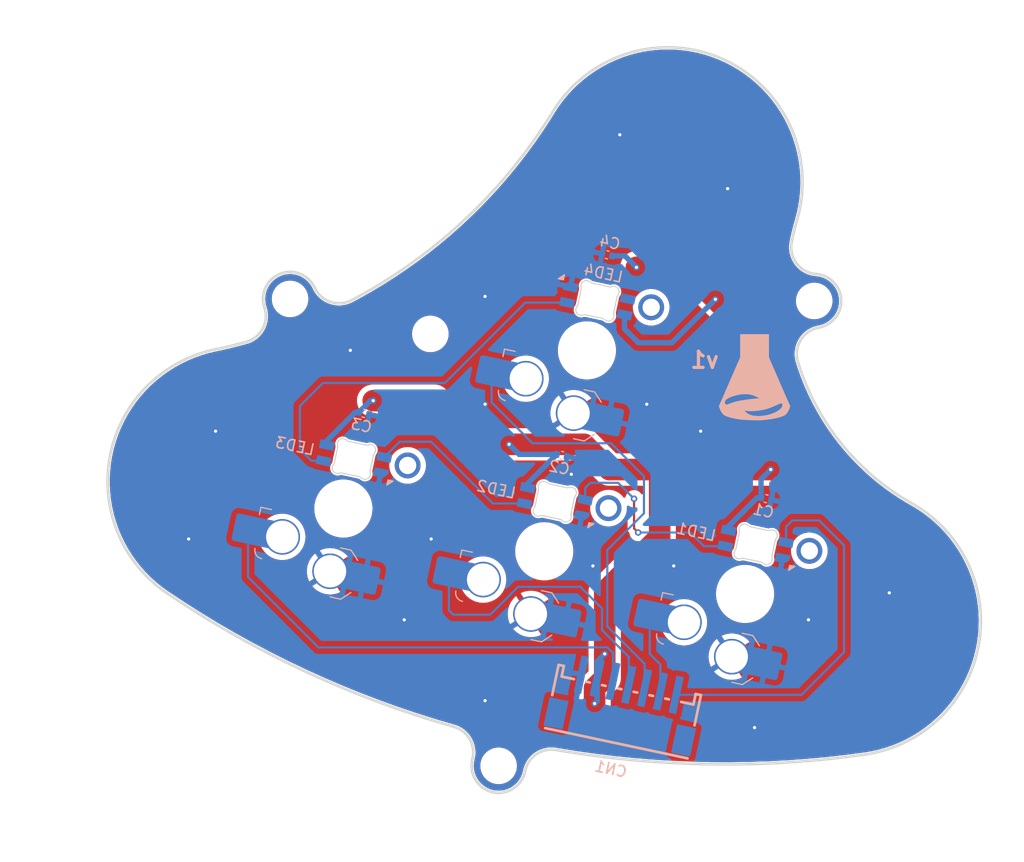
<source format=kicad_pcb>
(kicad_pcb (version 20240108) (generator "pcbnew") (generator_version "8.0")
  (title_block (title "wasd-m") (date "2025-02-11") (rev "v1") (company "Speedy Labs"))
  (layers (0 "F.Cu" signal) (31 "B.Cu" signal) (34 "B.Paste" user) (35 "F.Paste" user) (36 "B.SilkS" user "B.Silkscreen") (37 "F.SilkS" user "F.Silkscreen") (38 "B.Mask" user) (39 "F.Mask" user) (44 "Edge.Cuts" user))
  (net 0 "")
  (net 1 "GND")
  (net 2 "+5V")
  (net 3 "up")
  (net 4 "left")
  (net 5 "down")
  (net 6 "right")
  (net 9 "LED_DATA")
  (net 10 "Net-(LED1-DOUT)")
  (net 11 "Net-(LED2-DOUT)")
  (net 13 "Net-(LED3-DOUT)")
  (footprint "PCM_marbastlib-xp-choc:SW_choc_v2_HS_CPG135001S30_1u" (layer "B.Cu") (at 154.449469 87.504892 168)
    (property "Reference" "CH1" (hide yes))
    (property "Value" "choc_v1_SW_HS")
    (fp_line (start 7.504 -2.175) (end 7.504 -1.475) (stroke (width 0.12)) (layer "B.SilkS"))
    (fp_line (start 6.504 -1.475) (end 7.504 -1.475) (stroke (width 0.12)) (layer "B.SilkS"))
    (fp_line (start -0.5 -8.275) (end -1.5 -8.275) (stroke (width 0.12)) (layer "B.SilkS"))
    (fp_line (start -0.5 -3.625) (end -1.500002 -3.625) (stroke (width 0.12)) (layer "B.SilkS"))
    (fp_line (start -1.5 -8.275) (end -2.3 -7.475) (stroke (width 0.12)) (layer "B.SilkS"))
    (fp_line (start -2.3 -4.425) (end -1.500002 -3.625) (stroke (width 0.12)) (layer "B.SilkS"))
    (fp_arc (start 6.45 -6.125) (mid 7.015685 -5.890686) (end 7.25 -5.325) (stroke (width 0.12)) (layer "B.SilkS"))
    (pad "" np_thru_hole circle (at 0 0 348) (size 5 5) (drill 5) (layers "F&B.Cu" "*.Mask"))
    (pad "1" thru_hole circle (at 5 -3.75 168) (size 3.3 3.3) (drill 3) (layers "*.Cu" "B.Mask") (net 3 "up"))
    (pad "1" smd rect (at 6.55 -3.75 168) (size 1.2 2.6) (layers "B.Cu") (net 3 "up"))
    (pad "1" smd roundrect (at 8.245 -3.75 168) (size 2.65 2.6) (layers "B.Cu" "B.Paste" "B.Mask") (roundrect_rratio 0.1) (net 3 "up"))
    (pad "2" smd roundrect (at -3.245 -5.95 168) (size 2.65 2.6) (layers "B.Cu" "B.Paste" "B.Mask") (roundrect_rratio 0.1) (net 1 "GND"))
    (pad "2" smd rect (at -1.55 -5.95 348) (size 1.2 2.6) (layers "B.Cu") (net 1 "GND"))
    (pad "2" thru_hole circle (at 0 -5.95 168) (size 3.3 3.3) (drill 3) (layers "*.Cu" "B.Mask") (net 1 "GND"))
    (pad "MP" thru_hole circle (at -5 5.15 348) (size 2.4 2.4) (drill 1.6) (layers "*.Cu" "B.Mask"))
  )
  (footprint "PCM_marbastlib-choc:LED_choc_6028R" (layer "B.Cu") (at 155.426669 82.907892 168)
    (property "Reference" "LED4" (at 0 2.6 168) (layer "B.SilkS") (effects (justify mirror)))
    (property "Value" "choc_SK6812MINI-E")
    (fp_poly (pts (xy 3.5 1.25) (xy 3.5 1.73) (xy 3.98 1.25) (xy 3.5 1.25)) (stroke (width 0.12)) (fill solid) (layer "B.SilkS"))
    (fp_line (start 1.699999 0.702841) (end 1.699999 -0.702843) (stroke (width 0.1)) (layer "Edge.Cuts"))
    (fp_line (start 0.794453 -1.5) (end -0.794452 -1.5) (stroke (width 0.1)) (layer "Edge.Cuts"))
    (fp_line (start -0.794452 1.499999) (end 0.794452 1.499999) (stroke (width 0.1)) (layer "Edge.Cuts"))
    (fp_line (start -1.699999 -0.702843) (end -1.699999 0.702841) (stroke (width 0.1)) (layer "Edge.Cuts"))
    (fp_arc (start 1.699998 -0.702844) (mid 1.712535 -0.814068) (end 1.749484 -0.919721) (stroke (width 0.1)) (layer "Edge.Cuts"))
    (fp_arc (start 1.749484 0.919719) (mid 1.71254 0.814065) (end 1.699999 0.702841) (stroke (width 0.1)) (layer "Edge.Cuts"))
    (fp_arc (start 1.749484 0.919718) (mid 1.638073 1.504037) (end 1.046711 1.568298) (stroke (width 0.1)) (layer "Edge.Cuts"))
    (fp_arc (start 1.046713 -1.568299) (mid 1.63807 -1.504035) (end 1.749484 -0.919721) (stroke (width 0.1)) (layer "Edge.Cuts"))
    (fp_arc (start 1.046713 -1.568299) (mid 0.925124 -1.517375) (end 0.794453 -1.5) (stroke (width 0.1)) (layer "Edge.Cuts"))
    (fp_arc (start 0.794452 1.499999) (mid 0.925122 1.517376) (end 1.046711 1.568298) (stroke (width 0.1)) (layer "Edge.Cuts"))
    (fp_arc (start -0.794453 -1.499999) (mid -0.925123 -1.517376) (end -1.046711 -1.5683) (stroke (width 0.1)) (layer "Edge.Cuts"))
    (fp_arc (start -1.04671 1.568298) (mid -0.925122 1.517376) (end -0.794452 1.499999) (stroke (width 0.1)) (layer "Edge.Cuts"))
    (fp_arc (start -1.046711 1.568296) (mid -1.63807 1.504033) (end -1.749484 0.919719) (stroke (width 0.1)) (layer "Edge.Cuts"))
    (fp_arc (start -1.749484 -0.919721) (mid -1.63807 -1.504036) (end -1.046711 -1.5683) (stroke (width 0.1)) (layer "Edge.Cuts"))
    (fp_arc (start -1.749484 -0.919721) (mid -1.712527 -0.814069) (end -1.699999 -0.702843) (stroke (width 0.1)) (layer "Edge.Cuts"))
    (fp_arc (start -1.699999 0.702842) (mid -1.712527 0.814068) (end -1.749484 0.919719) (stroke (width 0.1)) (layer "Edge.Cuts"))
    (pad "1" smd roundrect (at -2.725 -0.75 258) (size 0.82 1.35) (layers "B.Cu" "B.Paste" "B.Mask") (roundrect_rratio 0.1) (net 2 "+5V"))
    (pad "2" smd roundrect (at -2.725 0.75 258) (size 0.82 1.35) (layers "B.Cu" "B.Paste" "B.Mask") (roundrect_rratio 0.1))
    (pad "3" smd roundrect (at 2.725 -0.75 258) (size 0.82 1.35) (layers "B.Cu" "B.Paste" "B.Mask") (roundrect_rratio 0.1) (net 13 "Net-(LED3-DOUT)"))
    (pad "4" smd roundrect (at 2.725 0.75 258) (size 0.82 1.35) (layers "B.Cu" "B.Paste" "B.Mask") (roundrect_rratio 0.1) (chamfer_ratio 0.5) (chamfer bottom_left) (net 1 "GND"))
  )
  (footprint "Capacitor_SMD:C_0402_1005Metric" (layer "B.Cu") (at 171.070489 101.260202 -12)
    (property "Reference" "C1" (at 0 1.16 168) (layer "B.SilkS") (effects (justify mirror)))
    (property "Value" "100nF")
    (fp_line (start 0.107836 0.360001) (end -0.107836 0.36) (stroke (width 0.12)) (layer "B.SilkS"))
    (fp_line (start 0.107836 -0.36) (end -0.107836 -0.360001) (stroke (width 0.12)) (layer "B.SilkS"))
    (pad "1" smd roundrect (at -0.48 0 348) (size 0.56 0.62) (layers "B.Cu" "B.Paste" "B.Mask") (net 2 "+5V"))
    (pad "2" smd roundrect (at 0.48 0 348) (size 0.56 0.62) (layers "B.Cu" "B.Paste" "B.Mask") (net 1 "GND"))
  )
  (footprint "MountingHole:MountingHole_3mm" (layer "B.Cu") (at 139.92481 85.97665 180)
    (property "Reference" "H2")
    (property "Value" "MountingHole")
    (pad "" np_thru_hole circle (at 0 0 180) (size 3 3) (drill 3) (layers "*.Cu" "*.Mask"))
  )
  (footprint "PCM_marbastlib-xp-choc:SW_choc_v2_HS_CPG135001S30_1u" (layer "B.Cu") (at 169.122463 110.099322 168)
    (property "Reference" "CH4" (hide yes))
    (property "Value" "choc_v1_SW_HS")
    (fp_line (start 7.504 -2.175) (end 7.504 -1.475) (stroke (width 0.12)) (layer "B.SilkS"))
    (fp_line (start 6.504 -1.475) (end 7.504 -1.475) (stroke (width 0.12)) (layer "B.SilkS"))
    (fp_line (start -0.5 -8.275) (end -1.5 -8.275) (stroke (width 0.12)) (layer "B.SilkS"))
    (fp_line (start -0.5 -3.625) (end -1.500002 -3.625) (stroke (width 0.12)) (layer "B.SilkS"))
    (fp_line (start -1.5 -8.275) (end -2.3 -7.475) (stroke (width 0.12)) (layer "B.SilkS"))
    (fp_line (start -2.3 -4.425) (end -1.500002 -3.625) (stroke (width 0.12)) (layer "B.SilkS"))
    (fp_arc (start 6.45 -6.125) (mid 7.015685 -5.890686) (end 7.25 -5.325) (stroke (width 0.12)) (layer "B.SilkS"))
    (pad "" np_thru_hole circle (at 0 0 348) (size 5 5) (drill 5) (layers "F&B.Cu" "*.Mask"))
    (pad "1" thru_hole circle (at 5 -3.75 168) (size 3.3 3.3) (drill 3) (layers "*.Cu" "B.Mask") (net 6 "right"))
    (pad "1" smd rect (at 6.55 -3.75 168) (size 1.2 2.6) (layers "B.Cu") (net 6 "right"))
    (pad "1" smd roundrect (at 8.245 -3.75 168) (size 2.65 2.6) (layers "B.Cu" "B.Paste" "B.Mask") (roundrect_rratio 0.1) (net 6 "right"))
    (pad "2" smd roundrect (at -3.245 -5.95 168) (size 2.65 2.6) (layers "B.Cu" "B.Paste" "B.Mask") (roundrect_rratio 0.1) (net 1 "GND"))
    (pad "2" smd rect (at -1.55 -5.95 348) (size 1.2 2.6) (layers "B.Cu") (net 1 "GND"))
    (pad "2" thru_hole circle (at 0 -5.95 168) (size 3.3 3.3) (drill 3) (layers "*.Cu" "B.Mask") (net 1 "GND"))
    (pad "MP" thru_hole circle (at -5 5.15 348) (size 2.4 2.4) (drill 1.6) (layers "*.Cu" "B.Mask"))
  )
  (footprint "PCM_marbastlib-choc:LED_choc_6028R" (layer "B.Cu") (at 151.465951 101.541604 -12)
    (property "Reference" "LED2" (at -5.554515 0.013541 168) (layer "B.SilkS") (effects (justify mirror)))
    (property "Value" "choc_SK6812MINI-E")
    (fp_poly (pts (xy 3.5 1.25) (xy 3.5 1.73) (xy 3.98 1.25) (xy 3.5 1.25)) (stroke (width 0.12)) (fill solid) (layer "B.SilkS"))
    (fp_line (start -1.699999 -0.702843) (end -1.699999 0.702841) (stroke (width 0.1)) (layer "Edge.Cuts"))
    (fp_line (start -0.794452 1.499999) (end 0.794452 1.499999) (stroke (width 0.1)) (layer "Edge.Cuts"))
    (fp_line (start 0.794453 -1.5) (end -0.794452 -1.5) (stroke (width 0.1)) (layer "Edge.Cuts"))
    (fp_line (start 1.699999 0.702841) (end 1.699999 -0.702843) (stroke (width 0.1)) (layer "Edge.Cuts"))
    (fp_arc (start -1.699999 0.702842) (mid -1.712527 0.814068) (end -1.749484 0.919719) (stroke (width 0.1)) (layer "Edge.Cuts"))
    (fp_arc (start -1.749484 -0.919721) (mid -1.712527 -0.814069) (end -1.699999 -0.702843) (stroke (width 0.1)) (layer "Edge.Cuts"))
    (fp_arc (start -1.749484 -0.919721) (mid -1.63807 -1.504036) (end -1.046711 -1.5683) (stroke (width 0.1)) (layer "Edge.Cuts"))
    (fp_arc (start -1.046711 1.568296) (mid -1.63807 1.504033) (end -1.749484 0.919719) (stroke (width 0.1)) (layer "Edge.Cuts"))
    (fp_arc (start -1.04671 1.568298) (mid -0.925122 1.517376) (end -0.794452 1.499999) (stroke (width 0.1)) (layer "Edge.Cuts"))
    (fp_arc (start -0.794453 -1.499999) (mid -0.925123 -1.517376) (end -1.046711 -1.5683) (stroke (width 0.1)) (layer "Edge.Cuts"))
    (fp_arc (start 0.794452 1.499999) (mid 0.925122 1.517376) (end 1.046711 1.568298) (stroke (width 0.1)) (layer "Edge.Cuts"))
    (fp_arc (start 1.046713 -1.568299) (mid 0.925124 -1.517375) (end 0.794453 -1.5) (stroke (width 0.1)) (layer "Edge.Cuts"))
    (fp_arc (start 1.046713 -1.568299) (mid 1.63807 -1.504035) (end 1.749484 -0.919721) (stroke (width 0.1)) (layer "Edge.Cuts"))
    (fp_arc (start 1.749484 0.919718) (mid 1.638073 1.504037) (end 1.046711 1.568298) (stroke (width 0.1)) (layer "Edge.Cuts"))
    (fp_arc (start 1.749484 0.919719) (mid 1.71254 0.814065) (end 1.699999 0.702841) (stroke (width 0.1)) (layer "Edge.Cuts"))
    (fp_arc (start 1.699998 -0.702844) (mid 1.712535 -0.814068) (end 1.749484 -0.919721) (stroke (width 0.1)) (layer "Edge.Cuts"))
    (pad "1" smd roundrect (at -2.725 -0.75 78) (size 0.82 1.35) (layers "B.Cu" "B.Paste" "B.Mask") (roundrect_rratio 0.1) (net 2 "+5V"))
    (pad "2" smd roundrect (at -2.725 0.75 78) (size 0.82 1.35) (layers "B.Cu" "B.Paste" "B.Mask") (roundrect_rratio 0.1) (net 11 "Net-(LED2-DOUT)"))
    (pad "3" smd roundrect (at 2.725 -0.75 78) (size 0.82 1.35) (layers "B.Cu" "B.Paste" "B.Mask") (roundrect_rratio 0.1) (net 10 "Net-(LED1-DOUT)"))
    (pad "4" smd roundrect (at 2.725 0.75 78) (size 0.82 1.35) (layers "B.Cu" "B.Paste" "B.Mask") (roundrect_rratio 0.1) (chamfer_ratio 0.5) (chamfer bottom_left) (net 1 "GND"))
  )
  (footprint "PCM_marbastlib-xp-choc:SW_choc_v2_HS_CPG135001S30_1u" (layer "B.Cu") (at 131.855039 102.177886 168)
    (property "Reference" "CH2" (hide yes))
    (property "Value" "choc_v1_SW_HS")
    (fp_line (start 7.504 -2.175) (end 7.504 -1.475) (stroke (width 0.12)) (layer "B.SilkS"))
    (fp_line (start 6.504 -1.475) (end 7.504 -1.475) (stroke (width 0.12)) (layer "B.SilkS"))
    (fp_line (start -0.5 -8.275) (end -1.5 -8.275) (stroke (width 0.12)) (layer "B.SilkS"))
    (fp_line (start -0.5 -3.625) (end -1.500002 -3.625) (stroke (width 0.12)) (layer "B.SilkS"))
    (fp_line (start -1.5 -8.275) (end -2.3 -7.475) (stroke (width 0.12)) (layer "B.SilkS"))
    (fp_line (start -2.3 -4.425) (end -1.500002 -3.625) (stroke (width 0.12)) (layer "B.SilkS"))
    (fp_arc (start 6.45 -6.125) (mid 7.015685 -5.890686) (end 7.25 -5.325) (stroke (width 0.12)) (layer "B.SilkS"))
    (pad "" np_thru_hole circle (at 0 0 348) (size 5 5) (drill 5) (layers "F&B.Cu" "*.Mask"))
    (pad "1" thru_hole circle (at 5 -3.75 168) (size 3.3 3.3) (drill 3) (layers "*.Cu" "B.Mask") (net 4 "left"))
    (pad "1" smd rect (at 6.55 -3.75 168) (size 1.2 2.6) (layers "B.Cu") (net 4 "left"))
    (pad "1" smd roundrect (at 8.245 -3.75 168) (size 2.65 2.6) (layers "B.Cu" "B.Paste" "B.Mask") (roundrect_rratio 0.1) (net 4 "left"))
    (pad "2" smd roundrect (at -3.245 -5.95 168) (size 2.65 2.6) (layers "B.Cu" "B.Paste" "B.Mask") (roundrect_rratio 0.1) (net 1 "GND"))
    (pad "2" smd rect (at -1.55 -5.95 348) (size 1.2 2.6) (layers "B.Cu") (net 1 "GND"))
    (pad "2" thru_hole circle (at 0 -5.95 168) (size 3.3 3.3) (drill 3) (layers "*.Cu" "B.Mask") (net 1 "GND"))
    (pad "MP" thru_hole circle (at -5 5.15 348) (size 2.4 2.4) (drill 1.6) (layers "*.Cu" "B.Mask"))
  )
  (footprint "Capacitor_SMD:C_0402_1005Metric" (layer "B.Cu") (at 156.330489 78.640202 168)
    (property "Reference" "C4" (at 0 1.16 168) (layer "B.SilkS") (effects (justify mirror)))
    (property "Value" "100nF")
    (fp_line (start 0.107836 -0.36) (end -0.107836 -0.360001) (stroke (width 0.12)) (layer "B.SilkS"))
    (fp_line (start 0.107836 0.360001) (end -0.107836 0.36) (stroke (width 0.12)) (layer "B.SilkS"))
    (pad "1" smd roundrect (at -0.48 0 168) (size 0.56 0.62) (layers "B.Cu" "B.Paste" "B.Mask") (net 2 "+5V"))
    (pad "2" smd roundrect (at 0.48 0 168) (size 0.56 0.62) (layers "B.Cu" "B.Paste" "B.Mask") (net 1 "GND"))
  )
  (footprint "Capacitor_SMD:C_0402_1005Metric" (layer "B.Cu") (at 152.120489 97.250202 -12)
    (property "Reference" "C2" (at 0 1.16 168) (layer "B.SilkS") (effects (justify mirror)))
    (property "Value" "100nF")
    (fp_line (start 0.107836 0.360001) (end -0.107836 0.36) (stroke (width 0.12)) (layer "B.SilkS"))
    (fp_line (start 0.107836 -0.36) (end -0.107836 -0.360001) (stroke (width 0.12)) (layer "B.SilkS"))
    (pad "1" smd roundrect (at -0.48 0 348) (size 0.56 0.62) (layers "B.Cu" "B.Paste" "B.Mask") (net 2 "+5V"))
    (pad "2" smd roundrect (at 0.48 0 348) (size 0.56 0.62) (layers "B.Cu" "B.Paste" "B.Mask") (net 1 "GND"))
  )
  (footprint "Capacitor_SMD:C_0402_1005Metric" (layer "B.Cu") (at 133.770489 93.350202 -12)
    (property "Reference" "C3" (at 0 1.16 168) (layer "B.SilkS") (effects (justify mirror)))
    (property "Value" "100nF")
    (fp_line (start 0.107836 0.360001) (end -0.107836 0.36) (stroke (width 0.12)) (layer "B.SilkS"))
    (fp_line (start 0.107836 -0.36) (end -0.107836 -0.360001) (stroke (width 0.12)) (layer "B.SilkS"))
    (pad "1" smd roundrect (at -0.48 0 348) (size 0.56 0.62) (layers "B.Cu" "B.Paste" "B.Mask") (net 2 "+5V"))
    (pad "2" smd roundrect (at 0.48 0 348) (size 0.56 0.62) (layers "B.Cu" "B.Paste" "B.Mask") (net 1 "GND"))
  )
  (footprint "PCM_marbastlib-xp-choc:SW_choc_v2_HS_CPG135001S30_1u" (layer "B.Cu") (at 150.488751 106.138604 168)
    (property "Reference" "CH3" (hide yes))
    (property "Value" "choc_v1_SW_HS")
    (fp_line (start 7.504 -2.175) (end 7.504 -1.475) (stroke (width 0.12)) (layer "B.SilkS"))
    (fp_line (start 6.504 -1.475) (end 7.504 -1.475) (stroke (width 0.12)) (layer "B.SilkS"))
    (fp_line (start -0.5 -8.275) (end -1.5 -8.275) (stroke (width 0.12)) (layer "B.SilkS"))
    (fp_line (start -0.5 -3.625) (end -1.500002 -3.625) (stroke (width 0.12)) (layer "B.SilkS"))
    (fp_line (start -1.5 -8.275) (end -2.3 -7.475) (stroke (width 0.12)) (layer "B.SilkS"))
    (fp_line (start -2.3 -4.425) (end -1.500002 -3.625) (stroke (width 0.12)) (layer "B.SilkS"))
    (fp_arc (start 6.45 -6.125) (mid 7.015685 -5.890686) (end 7.25 -5.325) (stroke (width 0.12)) (layer "B.SilkS"))
    (pad "" np_thru_hole circle (at 0 0 348) (size 5 5) (drill 5) (layers "F&B.Cu" "*.Mask"))
    (pad "1" thru_hole circle (at 5 -3.75 168) (size 3.3 3.3) (drill 3) (layers "*.Cu" "B.Mask") (net 5 "down"))
    (pad "1" smd rect (at 6.55 -3.75 168) (size 1.2 2.6) (layers "B.Cu") (net 5 "down"))
    (pad "1" smd roundrect (at 8.245 -3.75 168) (size 2.65 2.6) (layers "B.Cu" "B.Paste" "B.Mask") (roundrect_rratio 0.1) (net 5 "down"))
    (pad "2" smd roundrect (at -3.245 -5.95 168) (size 2.65 2.6) (layers "B.Cu" "B.Paste" "B.Mask") (roundrect_rratio 0.1) (net 1 "GND"))
    (pad "2" smd rect (at -1.55 -5.95 348) (size 1.2 2.6) (layers "B.Cu") (net 1 "GND"))
    (pad "2" thru_hole circle (at 0 -5.95 168) (size 3.3 3.3) (drill 3) (layers "*.Cu" "B.Mask") (net 1 "GND"))
    (pad "MP" thru_hole circle (at -5 5.15 348) (size 2.4 2.4) (drill 1.6) (layers "*.Cu" "B.Mask"))
  )
  (footprint "PCM_marbastlib-choc:LED_choc_6028R" (layer "B.Cu") (at 132.832239 97.580886 -12)
    (property "Reference" "LED3" (at -5.602336 -0.036901 168) (layer "B.SilkS") (effects (justify mirror)))
    (property "Value" "choc_SK6812MINI-E")
    (fp_poly (pts (xy 3.5 1.25) (xy 3.5 1.73) (xy 3.98 1.25) (xy 3.5 1.25)) (stroke (width 0.12)) (fill solid) (layer "B.SilkS"))
    (fp_line (start -1.699999 -0.702843) (end -1.699999 0.702841) (stroke (width 0.1)) (layer "Edge.Cuts"))
    (fp_line (start -0.794452 1.499999) (end 0.794452 1.499999) (stroke (width 0.1)) (layer "Edge.Cuts"))
    (fp_line (start 0.794453 -1.5) (end -0.794452 -1.5) (stroke (width 0.1)) (layer "Edge.Cuts"))
    (fp_line (start 1.699999 0.702841) (end 1.699999 -0.702843) (stroke (width 0.1)) (layer "Edge.Cuts"))
    (fp_arc (start -1.699999 0.702842) (mid -1.712527 0.814068) (end -1.749484 0.919719) (stroke (width 0.1)) (layer "Edge.Cuts"))
    (fp_arc (start -1.749484 -0.919721) (mid -1.712527 -0.814069) (end -1.699999 -0.702843) (stroke (width 0.1)) (layer "Edge.Cuts"))
    (fp_arc (start -1.749484 -0.919721) (mid -1.63807 -1.504036) (end -1.046711 -1.5683) (stroke (width 0.1)) (layer "Edge.Cuts"))
    (fp_arc (start -1.046711 1.568296) (mid -1.63807 1.504033) (end -1.749484 0.919719) (stroke (width 0.1)) (layer "Edge.Cuts"))
    (fp_arc (start -1.04671 1.568298) (mid -0.925122 1.517376) (end -0.794452 1.499999) (stroke (width 0.1)) (layer "Edge.Cuts"))
    (fp_arc (start -0.794453 -1.499999) (mid -0.925123 -1.517376) (end -1.046711 -1.5683) (stroke (width 0.1)) (layer "Edge.Cuts"))
    (fp_arc (start 0.794452 1.499999) (mid 0.925122 1.517376) (end 1.046711 1.568298) (stroke (width 0.1)) (layer "Edge.Cuts"))
    (fp_arc (start 1.046713 -1.568299) (mid 0.925124 -1.517375) (end 0.794453 -1.5) (stroke (width 0.1)) (layer "Edge.Cuts"))
    (fp_arc (start 1.046713 -1.568299) (mid 1.63807 -1.504035) (end 1.749484 -0.919721) (stroke (width 0.1)) (layer "Edge.Cuts"))
    (fp_arc (start 1.749484 0.919718) (mid 1.638073 1.504037) (end 1.046711 1.568298) (stroke (width 0.1)) (layer "Edge.Cuts"))
    (fp_arc (start 1.749484 0.919719) (mid 1.71254 0.814065) (end 1.699999 0.702841) (stroke (width 0.1)) (layer "Edge.Cuts"))
    (fp_arc (start 1.699998 -0.702844) (mid 1.712535 -0.814068) (end 1.749484 -0.919721) (stroke (width 0.1)) (layer "Edge.Cuts"))
    (pad "1" smd roundrect (at -2.725 -0.75 78) (size 0.82 1.35) (layers "B.Cu" "B.Paste" "B.Mask") (roundrect_rratio 0.1) (net 2 "+5V"))
    (pad "2" smd roundrect (at -2.725 0.75 78) (size 0.82 1.35) (layers "B.Cu" "B.Paste" "B.Mask") (roundrect_rratio 0.1) (net 13 "Net-(LED3-DOUT)"))
    (pad "3" smd roundrect (at 2.725 -0.75 78) (size 0.82 1.35) (layers "B.Cu" "B.Paste" "B.Mask") (roundrect_rratio 0.1) (net 11 "Net-(LED2-DOUT)"))
    (pad "4" smd roundrect (at 2.725 0.75 78) (size 0.82 1.35) (layers "B.Cu" "B.Paste" "B.Mask") (roundrect_rratio 0.1) (chamfer_ratio 0.5) (chamfer bottom_left) (net 1 "GND"))
  )
  (footprint "MountingHole:MountingHole_3mm" (layer "B.Cu") (at 175.535094 82.920487 180)
    (property "Reference" "H3")
    (property "Value" "MountingHole")
    (pad "" np_thru_hole circle (at 0 0 180) (size 3 3) (drill 3) (layers "*.Cu" "*.Mask"))
  )
  (footprint "easyeda:CONN-SMD_S7B-ZR-SM4A-TF-LF-SN" (layer "B.Cu") (at 157.916279 120.477799 -12)
    (property "Reference" "CN1" (at 0 6 168) (layer "B.SilkS") (effects (justify mirror)))
    (property "Value" "S7B-ZR-SM4A-TF(LF)(SN)_C5118704")
    (fp_line (start -6.75 3.55) (end 6.75 3.55) (stroke (width 0.25)) (layer "B.SilkS"))
    (fp_line (start -6.75 -2.45) (end -6.75 0.42) (stroke (width 0.25)) (layer "B.SilkS"))
    (fp_line (start -6.25 -1.45) (end -6.25 -2.45) (stroke (width 0.25)) (layer "B.SilkS"))
    (fp_line (start -6.25 -2.45) (end -6.75 -2.45) (stroke (width 0.25)) (layer "B.SilkS"))
    (fp_line (start -5.08 -1.45) (end -6.25 -1.45) (stroke (width 0.25)) (layer "B.SilkS"))
    (fp_line (start -3.58 -1.45) (end -3.92 -1.45) (stroke (width 0.25)) (layer "B.SilkS"))
    (fp_line (start -2.08 -1.45) (end -2.42 -1.45) (stroke (width 0.25)) (layer "B.SilkS"))
    (fp_line (start -0.58 -1.45) (end -0.92 -1.45) (stroke (width 0.25)) (layer "B.SilkS"))
    (fp_line (start 0.92 -1.45) (end 0.58 -1.45) (stroke (width 0.25)) (layer "B.SilkS"))
    (fp_line (start 2.42 -1.45) (end 2.08 -1.45) (stroke (width 0.25)) (layer "B.SilkS"))
    (fp_line (start 3.92 -1.45) (end 3.58 -1.45) (stroke (width 0.25)) (layer "B.SilkS"))
    (fp_line (start 6.25 -1.45) (end 5.08 -1.45) (stroke (width 0.25)) (layer "B.SilkS"))
    (fp_line (start 6.75 0.42) (end 6.75 -2.45) (stroke (width 0.25)) (layer "B.SilkS"))
    (fp_line (start 6.25 -2.45) (end 6.25 -1.45) (stroke (width 0.25)) (layer "B.SilkS"))
    (fp_line (start 6.75 -2.45) (end 6.25 -2.45) (stroke (width 0.25)) (layer "B.SilkS"))
    (pad "1" smd rect (at 4.5 -2 168) (size 0.7 3.5) (layers "B.Cu" "B.Paste" "B.Mask") (net 9 "LED_DATA"))
    (pad "2" smd rect (at 3 -2 168) (size 0.7 3.5) (layers "B.Cu" "B.Paste" "B.Mask") (net 6 "right"))
    (pad "3" smd rect (at 1.5 -2 168) (size 0.7 3.5) (layers "B.Cu" "B.Paste" "B.Mask") (net 3 "up"))
    (pad "4" smd rect (at 0 -2 168) (size 0.7 3.5) (layers "B.Cu" "B.Paste" "B.Mask") (net 5 "down"))
    (pad "5" smd rect (at -1.5 -2 168) (size 0.7 3.5) (layers "B.Cu" "B.Paste" "B.Mask") (net 4 "left"))
    (pad "6" smd rect (at -3 -2 168) (size 0.7 3.5) (layers "B.Cu" "B.Paste" "B.Mask") (net 2 "+5V"))
    (pad "7" smd rect (at -4.5 -2 168) (size 0.7 3.5) (layers "B.Cu" "B.Paste" "B.Mask") (net 1 "GND"))
    (pad "8" smd rect (at -6.05 1.999998 348) (size 1.8 2.7) (layers "B.Cu" "B.Paste" "B.Mask"))
    (pad "9" smd rect (at 6.05 2 348) (size 1.8 2.7) (layers "B.Cu" "B.Paste" "B.Mask"))
  )
  (footprint "MountingHole:MountingHole_3mm" (layer "B.Cu") (at 146.25677 126.04851 180)
    (property "Reference" "H4")
    (property "Value" "MountingHole")
    (pad "" np_thru_hole circle (at 0 0 180) (size 3 3) (drill 3) (layers "*.Cu" "*.Mask"))
  )
  (footprint "pocket-sdvx-pico-local:logo_small" (layer "B.Cu") (at 170 90 180)
    (property "Reference" "LOGO1" (hide yes))
    (property "Value" "MountingHole" (hide yes))
    (fp_poly (pts (xy 1.3335 1.845406) (xy 1.685427 1.041766) (xy 1.777141 0.832089) (xy 1.889082 0.575776) (xy 2.016187 0.284437) (xy 2.153396 -0.030316) (xy 2.295647 -0.356871) (xy 2.437879 -0.683617) (xy 2.575032 -0.998944) (xy 2.610049 -1.0795) (xy 2.730459 -1.356303) (xy 2.845092 -1.619394) (xy 2.951049 -1.862149) (xy 3.045431 -2.077944) (xy 3.125339 -2.260156) (xy 3.187873 -2.402162) (xy 3.230132 -2.497336) (xy 3.24644 -2.533278) (xy 3.310135 -2.669431) (xy 3.24134 -2.878997) (xy 3.162704 -3.071942) (xy 3.061301 -3.251869) (xy 2.947819 -3.402442) (xy 2.832947 -3.507326) (xy 2.828014 -3.510645) (xy 2.675119 -3.591449) (xy 2.466616 -3.670393) (xy 2.210398 -3.745399) (xy 1.914357 -3.814386) (xy 1.586384 -3.875275) (xy 1.267759 -3.921774) (xy 1.126115 -3.936184) (xy 0.939558 -3.94971) (xy 0.720549 -3.961961) (xy 0.481548 -3.972545) (xy 0.235016 -3.981072) (xy -0.006588 -3.987151) (xy -0.230803 -3.99039) (xy -0.425168 -3.990399) (xy -0.577224 -3.986786) (xy -0.650875 -3.981986) (xy -0.735773 -3.973666) (xy -0.864175 -3.961057) (xy -1.016396 -3.946092) (xy -1.127125 -3.935198) (xy -1.431314 -3.898289) (xy -1.732991 -3.848733) (xy -2.021793 -3.789117) (xy -2.287353 -3.72203) (xy -2.519308 -3.650056) (xy -2.707291 -3.575785) (xy -2.828015 -3.510645) (xy -2.94257 -3.408284) (xy -3.056259 -3.259584) (xy -3.15835 -3.080936) (xy -3.238111 -2.88873) (xy -3.241079 -2.879793) (xy -3.309612 -2.671024) (xy -3.244735 -2.534074) (xy -3.24301 -2.530291) (xy -2.59201 -2.530291) (xy -2.589373 -2.645478) (xy -2.531238 -2.77237) (xy -2.423089 -2.904962) (xy -2.270408 -3.037249) (xy -2.07868 -3.163226) (xy -1.952625 -3.230599) (xy -1.570033 -3.390693) (xy -1.165016 -3.506577) (xy -0.75098 -3.576218) (xy -0.341333 -3.597584) (xy 0.050517 -3.568644) (xy 0.15875 -3.550582) (xy 0.417733 -3.473478) (xy 0.653439 -3.34861) (xy 0.793324 -3.238892) (xy 0.864371 -3.169138) (xy 0.908789 -3.117323) (xy 0.917208 -3.097375) (xy 0.880391 -3.09502) (xy 0.805589 -3.106307) (xy 0.776983 -3.112497) (xy 0.654013 -3.130084) (xy 0.483269 -3.139261) (xy 0.279913 -3.140053) (xy 0.059109 -3.132484) (xy -0.163979 -3.116577) (xy -0.22225 -3.110896) (xy -0.646021 -3.052527) (xy -1.040161 -2.965797) (xy -1.425143 -2.84482) (xy -1.821437 -2.683709) (xy -2.005678 -2.598104) (xy -2.197346 -2.509521) (xy -2.341622 -2.45244) (xy -2.445761 -2.42602) (xy -2.51702 -2.429423) (xy -2.562654 -2.461809) (xy -2.589919 -2.52234) (xy -2.59201 -2.530291) (xy -3.24301 -2.530291) (xy -3.215613 -2.470235) (xy -3.165055 -2.356827) (xy -3.096889 -2.202543) (xy -3.01494 -2.016072) (xy -2.987169 -1.952625) (xy -0.454064 -1.952625) (xy -0.13972 -1.973681) (xy 0.062967 -1.990738) (xy 0.299875 -2.016321) (xy 0.557168 -2.048415) (xy 0.821005 -2.085004) (xy 1.077549 -2.124071) (xy 1.312961 -2.163601) (xy 1.513402 -2.201577) (xy 1.665033 -2.235984) (xy 1.670273 -2.237359) (xy 1.8436 -2.28746) (xy 2.037846 -2.350102) (xy 2.215454 -2.413078) (xy 2.241773 -2.423125) (xy 2.400362 -2.482587) (xy 2.512625 -2.518298) (xy 2.590434 -2.531908) (xy 2.64566 -2.525071) (xy 2.690177 -2.499436) (xy 2.704187 -2.487454) (xy 2.750417 -2.407216) (xy 2.758907 -2.301007) (xy 2.729165 -2.194281) (xy 2.710449 -2.162673) (xy 2.60208 -2.051851) (xy 2.440411 -1.945077) (xy 2.235636 -1.845431) (xy 1.997948 -1.755994) (xy 1.737539 -1.679846) (xy 1.464602 -1.620066) (xy 1.189331 -1.579735) (xy 0.921919 -1.561933) (xy 0.733183 -1.565187) (xy 0.511403 -1.585876) (xy 0.315706 -1.623279) (xy 0.123622 -1.683646) (xy -0.087317 -1.773228) (xy -0.187345 -1.821268) (xy -0.454064 -1.952625) (xy -2.987169 -1.952625) (xy -2.923034 -1.806106) (xy -2.824999 -1.581336) (xy -2.800046 -1.524) (xy -2.549373 -0.947764) (xy -2.323952 -0.429615) (xy -2.123716 0.030596) (xy -1.948602 0.433019) (xy -1.798545 0.777802) (xy -1.673479 1.065094) (xy -1.573339 1.295045) (xy -1.498062 1.467802) (xy -1.447582 1.583516) (xy -1.441702 1.596976) (xy -1.3335 1.844576) (xy -1.3335 4.0005) (xy 1.3335 4.0005) (xy 1.3335 1.845406)) (stroke (width 0.01)) (fill solid) (layer "B.SilkS"))
  )
  (footprint "MountingHole:MountingHole_3mm" (layer "B.Cu") (at 126.909787 82.731731 180)
    (property "Reference" "H1")
    (property "Value" "MountingHole")
    (pad "" np_thru_hole circle (at 0 0 180) (size 3 3) (drill 3) (layers "*.Cu" "*.Mask"))
  )
  (footprint "PCM_marbastlib-choc:LED_choc_6028R" (layer "B.Cu") (at 170.099663 105.502322 -12)
    (property "Reference" "LED1" (at -5.628845 0.018382 168) (layer "B.SilkS") (effects (justify mirror)))
    (property "Value" "choc_SK6812MINI-E")
    (fp_poly (pts (xy 3.5 1.25) (xy 3.5 1.73) (xy 3.98 1.25) (xy 3.5 1.25)) (stroke (width 0.12)) (fill solid) (layer "B.SilkS"))
    (fp_line (start -1.699999 -0.702843) (end -1.699999 0.702841) (stroke (width 0.1)) (layer "Edge.Cuts"))
    (fp_line (start -0.794452 1.499999) (end 0.794452 1.499999) (stroke (width 0.1)) (layer "Edge.Cuts"))
    (fp_line (start 0.794453 -1.5) (end -0.794452 -1.5) (stroke (width 0.1)) (layer "Edge.Cuts"))
    (fp_line (start 1.699999 0.702841) (end 1.699999 -0.702843) (stroke (width 0.1)) (layer "Edge.Cuts"))
    (fp_arc (start -1.699999 0.702842) (mid -1.712527 0.814068) (end -1.749484 0.919719) (stroke (width 0.1)) (layer "Edge.Cuts"))
    (fp_arc (start -1.749484 -0.919721) (mid -1.712527 -0.814069) (end -1.699999 -0.702843) (stroke (width 0.1)) (layer "Edge.Cuts"))
    (fp_arc (start -1.749484 -0.919721) (mid -1.63807 -1.504036) (end -1.046711 -1.5683) (stroke (width 0.1)) (layer "Edge.Cuts"))
    (fp_arc (start -1.046711 1.568296) (mid -1.63807 1.504033) (end -1.749484 0.919719) (stroke (width 0.1)) (layer "Edge.Cuts"))
    (fp_arc (start -1.04671 1.568298) (mid -0.925122 1.517376) (end -0.794452 1.499999) (stroke (width 0.1)) (layer "Edge.Cuts"))
    (fp_arc (start -0.794453 -1.499999) (mid -0.925123 -1.517376) (end -1.046711 -1.5683) (stroke (width 0.1)) (layer "Edge.Cuts"))
    (fp_arc (start 0.794452 1.499999) (mid 0.925122 1.517376) (end 1.046711 1.568298) (stroke (width 0.1)) (layer "Edge.Cuts"))
    (fp_arc (start 1.046713 -1.568299) (mid 0.925124 -1.517375) (end 0.794453 -1.5) (stroke (width 0.1)) (layer "Edge.Cuts"))
    (fp_arc (start 1.046713 -1.568299) (mid 1.63807 -1.504035) (end 1.749484 -0.919721) (stroke (width 0.1)) (layer "Edge.Cuts"))
    (fp_arc (start 1.749484 0.919718) (mid 1.638073 1.504037) (end 1.046711 1.568298) (stroke (width 0.1)) (layer "Edge.Cuts"))
    (fp_arc (start 1.749484 0.919719) (mid 1.71254 0.814065) (end 1.699999 0.702841) (stroke (width 0.1)) (layer "Edge.Cuts"))
    (fp_arc (start 1.699998 -0.702844) (mid 1.712535 -0.814068) (end 1.749484 -0.919721) (stroke (width 0.1)) (layer "Edge.Cuts"))
    (pad "1" smd roundrect (at -2.725 -0.75 78) (size 0.82 1.35) (layers "B.Cu" "B.Paste" "B.Mask") (roundrect_rratio 0.1) (net 2 "+5V"))
    (pad "2" smd roundrect (at -2.725 0.75 78) (size 0.82 1.35) (layers "B.Cu" "B.Paste" "B.Mask") (roundrect_rratio 0.1) (net 10 "Net-(LED1-DOUT)"))
    (pad "3" smd roundrect (at 2.725 -0.75 78) (size 0.82 1.35) (layers "B.Cu" "B.Paste" "B.Mask") (roundrect_rratio 0.1) (net 9 "LED_DATA"))
    (pad "4" smd roundrect (at 2.725 0.75 78) (size 0.82 1.35) (layers "B.Cu" "B.Paste" "B.Mask") (roundrect_rratio 0.1) (chamfer_ratio 0.5) (chamfer bottom_left) (net 1 "GND"))
  )
  (gr_arc (start 122.829288 86.726673) (mid 121.382844 87.099931) (end 119.925582 87.428427) (stroke (width 0.25)) (layer "Edge.Cuts"))
  (gr_arc (start 175.713506 80.426861) (mid 178.031714 82.790181) (end 175.972152 85.381986) (stroke (width 0.25)) (layer "Edge.Cuts"))
  (gr_arc (start 124.538582 83.52381) (mid 124.372951 85.492953) (end 122.829288 86.726673) (stroke (width 0.25)) (layer "Edge.Cuts"))
  (gr_arc (start 151.29261 65.354673) (mid 143.131849 75.358696) (end 132.619026 82.852631) (stroke (width 0.25)) (layer "Edge.Cuts"))
  (gr_arc (start 151.29261 65.354673) (mid 167.025226 60.474155) (end 173.935659 75.42676) (stroke (width 0.25)) (layer "Edge.Cuts"))
  (gr_arc (start 148.708219 126.538812) (mid 145.702853 128.486373) (end 143.834144 125.431354) (stroke (width 0.25)) (layer "Edge.Cuts"))
  (gr_arc (start 148.708219 126.538812) (mid 149.745262 124.967667) (end 151.584312 124.565443) (stroke (width 0.25)) (layer "Edge.Cuts"))
  (gr_line (start 178.869145 97.118434) (end 178.865842 97.118354) (stroke (width 0.25)) (layer "Edge.Cuts"))
  (gr_arc (start 180.249243 124.989621) (mid 165.900213 125.896923) (end 151.584312 124.565443) (stroke (width 0.25)) (layer "Edge.Cuts"))
  (gr_arc (start 175.713506 80.426861) (mid 173.904989 79.450551) (end 173.439299 77.448815) (stroke (width 0.25)) (layer "Edge.Cuts"))
  (gr_arc (start 142.093166 122.408923) (mid 143.577819 123.566366) (end 143.834144 125.431354) (stroke (width 0.25)) (layer "Edge.Cuts"))
  (gr_arc (start 178.865464 97.114366) (mid 175.977981 93.111462) (end 174.020354 88.58062) (stroke (width 0.25)) (layer "Edge.Cuts"))
  (gr_arc (start 124.538582 83.52381) (mid 125.989888 80.407077) (end 129.180903 81.686729) (stroke (width 0.25)) (layer "Edge.Cuts"))
  (gr_line (start 178.865842 97.118354) (end 178.865464 97.114366) (stroke (width 0.25)) (layer "Edge.Cuts"))
  (gr_arc (start 173.439299 77.448815) (mid 173.664368 76.432114) (end 173.935659 75.42676) (stroke (width 0.25)) (layer "Edge.Cuts"))
  (gr_arc (start 115.473744 110.011201) (mid 110.222091 97.24573) (end 119.925582 87.428427) (stroke (width 0.25)) (layer "Edge.Cuts"))
  (gr_arc (start 142.093166 122.408923) (mid 128.287392 117.27517) (end 115.473744 110.011201) (stroke (width 0.25)) (layer "Edge.Cuts"))
  (gr_arc (start 132.619026 82.852631) (mid 130.649139 83.009311) (end 129.180903 81.686729) (stroke (width 0.25)) (layer "Edge.Cuts"))
  (gr_arc (start 184.619962 101.719279) (mid 190.776628 114.921277) (end 180.249243 124.989621) (stroke (width 0.25)) (layer "Edge.Cuts"))
  (gr_arc (start 184.619962 101.719279) (mid 181.557407 99.65278) (end 178.869145 97.118434) (stroke (width 0.25)) (layer "Edge.Cuts"))
  (gr_arc (start 174.020354 88.58062) (mid 174.275146 86.541292) (end 175.972152 85.381986) (stroke (width 0.25)) (layer "Edge.Cuts"))
  (gr_text "v1" (at 166.85 89.28 -0) (layer "B.SilkS") (effects (font (size 1.5 1.5) (thickness 0.3) (bold yes)) (justify left bottom mirror)))
  (via (at 160 92.5) (size 0.6) (drill 0.3) (layers "F.Cu" "B.Cu") (net 1))
  (via (at 140 105) (size 0.6) (drill 0.3) (layers "F.Cu" "B.Cu") (net 1))
  (via (at 167.5 72.5) (size 0.6) (drill 0.3) (layers "F.Cu" "B.Cu") (net 1))
  (via (at 182.5 110) (size 0.6) (drill 0.3) (layers "F.Cu" "B.Cu") (net 1))
  (via (at 157.5 67.5) (size 0.6) (drill 0.3) (layers "F.Cu" "B.Cu") (net 1))
  (via (at 120 95) (size 0.6) (drill 0.3) (layers "F.Cu" "B.Cu") (net 1))
  (via (at 162.5 107.5) (size 0.6) (drill 0.3) (layers "F.Cu" "B.Cu") (net 1))
  (via (at 145 82.5) (size 0.6) (drill 0.3) (layers "F.Cu" "B.Cu") (net 1))
  (via (at 170 122.5) (size 0.6) (drill 0.3) (layers "F.Cu" "B.Cu") (net 1))
  (via (at 153 99) (size 0.6) (drill 0.3) (layers "F.Cu" "B.Cu") (net 1))
  (via (at 137.5 112.5) (size 0.6) (drill 0.3) (layers "F.Cu" "B.Cu") (net 1))
  (via (at 165 95) (size 0.6) (drill 0.3) (layers "F.Cu" "B.Cu") (net 1))
  (via (at 132.5 87.5) (size 0.6) (drill 0.3) (layers "F.Cu" "B.Cu") (net 1))
  (via (at 155 107.5) (size 0.6) (drill 0.3) (layers "F.Cu" "B.Cu") (net 1))
  (via (at 145 92.5) (size 0.6) (drill 0.3) (layers "F.Cu" "B.Cu") (net 1))
  (via (at 117.5 105) (size 0.6) (drill 0.3) (layers "F.Cu" "B.Cu") (net 1))
  (via (at 145 120) (size 0.6) (drill 0.3) (layers "F.Cu" "B.Cu") (net 1))
  (via (at 175 112.5) (size 0.6) (drill 0.3) (layers "F.Cu" "B.Cu") (net 1))
  (segment (start 156.53 98.56) (end 161.09 98.56) (width 2) (layer "F.Cu") (net 2))
  (segment (start 155.16 118.83) (end 155.16 120.27) (width 2) (layer "F.Cu") (net 2))
  (segment (start 154.19 96.22) (end 156.53 98.56) (width 2) (layer "F.Cu") (net 2))
  (segment (start 171.5 87.9) (end 171.5 98.56) (width 2) (layer "F.Cu") (net 2))
  (segment (start 161.2 98.67) (end 161.2 104.79) (width 2) (layer "F.Cu") (net 2))
  (segment (start 140.28 92.17) (end 144.33 96.22) (width 2) (layer "F.Cu") (net 2))
  (segment (start 156.1 109.89) (end 156.1 115.66) (width 2) (layer "F.Cu") (net 2))
  (segment (start 144.33 96.22) (end 147.23 96.22) (width 2) (layer "F.Cu") (net 2))
  (segment (start 161.2 104.79) (end 156.1 109.89) (width 2) (layer "F.Cu") (net 2))
  (segment (start 163.4 79.8) (end 166.365 82.765) (width 2) (layer "F.Cu") (net 2))
  (segment (start 161.09 98.56) (end 161.2 98.67) (width 2) (layer "F.Cu") (net 2))
  (segment (start 161.09 98.56) (end 171.5 98.56) (width 2) (layer "F.Cu") (net 2))
  (segment (start 156.1 117.89) (end 155.16 118.83) (width 2) (layer "F.Cu") (net 2))
  (segment (start 156.1 115.66) (end 156.1 117.89) (width 2) (layer "F.Cu") (net 2))
  (segment (start 134.62 92.17) (end 140.28 92.17) (width 2) (layer "F.Cu") (net 2))
  (segment (start 166.365 82.765) (end 171.5 87.9) (width 2) (layer "F.Cu") (net 2))
  (segment (start 159.04 79.8) (end 163.4 79.8) (width 2) (layer "F.Cu") (net 2))
  (segment (start 147.23 96.22) (end 154.19 96.22) (width 2) (layer "F.Cu") (net 2))
  (via (at 134.62 92.17) (size 0.6) (drill 0.3) (layers "F.Cu" "B.Cu") (net 2))
  (via (at 166.365 82.765) (size 0.6) (drill 0.3) (layers "F.Cu" "B.Cu") (net 2))
  (via (at 156.1 115.66) (size 0.6) (drill 0.3) (layers "F.Cu" "B.Cu") (net 2))
  (via (at 147.23 96.22) (size 0.6) (drill 0.3) (layers "F.Cu" "B.Cu") (net 2))
  (via (at 159.04 79.8) (size 0.6) (drill 0.3) (layers "F.Cu" "B.Cu") (net 2))
  (via (at 171.5 98.56) (size 0.6) (drill 0.3) (layers "F.Cu" "B.Cu") (net 2))
  (via (at 155.16 120.27) (size 0.6) (drill 0.3) (layers "F.Cu" "B.Cu") (net 2))
  (segment (start 157.936187 85.506187) (end 159.23 86.8) (width 0.5) (layer "B.Cu") (net 2))
  (segment (start 134.381382 92.17) (end 134.62 92.17) (width 0.5) (layer "B.Cu") (net 2))
  (segment (start 155.39766 117.897769) (end 155.39766 116.36234) (width 0.5) (layer "B.Cu") (net 2))
  (segment (start 130.322721 96.280716) (end 130.322721 95.886098) (width 0.5) (layer "B.Cu") (net 2))
  (segment (start 148.160404 97.150404) (end 147.23 96.22) (width 0.5) (layer "B.Cu") (net 2))
  (segment (start 130.322721 95.886098) (end 132.958415 93.250404) (width 0.5) (layer "B.Cu") (net 2))
  (segment (start 148.956433 100.241434) (end 148.956433 99.844949) (width 0.5) (layer "B.Cu") (net 2))
  (segment (start 155.39766 117.897769) (end 155.39766 120.03234) (width 0.5) (layer "B.Cu") (net 2))
  (segment (start 155.39766 116.36234) (end 156.1 115.66) (width 0.5) (layer "B.Cu") (net 2))
  (segment (start 170.600978 99.459022) (end 171.5 98.56) (width 0.5) (layer "B.Cu") (net 2))
  (segment (start 151.650978 97.150404) (end 148.160404 97.150404) (width 0.5) (layer "B.Cu") (net 2))
  (segment (start 170.600978 101.160404) (end 170.600978 99.459022) (width 0.5) (layer "B.Cu") (net 2))
  (segment (start 167.590145 103.821213) (end 170.250954 101.160404) (width 0.5) (layer "B.Cu") (net 2))
  (segment (start 156.8 78.74) (end 157.98 78.74) (width 0.5) (layer "B.Cu") (net 2))
  (segment (start 157.936187 84.208062) (end 157.936187 85.506187) (width 0.5) (layer "B.Cu") (net 2))
  (segment (start 159.23 86.8) (end 162.33 86.8) (width 0.5) (layer "B.Cu") (net 2))
  (segment (start 157.98 78.74) (end 159.04 79.8) (width 0.5) (layer "B.Cu") (net 2))
  (segment (start 133.300978 93.250404) (end 134.381382 92.17) (width 0.5) (layer "B.Cu") (net 2))
  (segment (start 167.590145 104.202152) (end 167.590145 103.821213) (width 0.5) (layer "B.Cu") (net 2))
  (segment (start 132.958415 93.250404) (end 133.300978 93.250404) (width 0.5) (layer "B.Cu") (net 2))
  (segment (start 162.33 86.8) (end 166.365 82.765) (width 0.5) (layer "B.Cu") (net 2))
  (segment (start 155.39766 120.03234) (end 155.16 120.27) (width 0.5) (layer "B.Cu") (net 2))
  (segment (start 170.250954 101.160404) (end 170.600978 101.160404) (width 0.5) (layer "B.Cu") (net 2))
  (segment (start 148.956433 99.844949) (end 151.650978 97.150404) (width 0.5) (layer "B.Cu") (net 2))
  (segment (start 156.34 113.11) (end 156.34 106.02) (width 0.2) (layer "B.Cu") (net 3))
  (segment (start 145.604973 92.324973) (end 149.4 96.12) (width 0.2) (layer "B.Cu") (net 3))
  (segment (start 145.604973 89.458714) (end 145.604973 92.324973) (width 0.2) (layer "B.Cu") (net 3))
  (segment (start 156.69 96.12) (end 149.4 96.12) (width 0.2) (layer "B.Cu") (net 3))
  (segment (start 159.74 102.62) (end 159.74 99.17) (width 0.2) (layer "B.Cu") (net 3))
  (segment (start 159.799324 116.569324) (end 156.34 113.11) (width 0.2) (layer "B.Cu") (net 3))
  (segment (start 159.799324 118.833371) (end 159.799324 116.569324) (width 0.2) (layer "B.Cu") (net 3))
  (segment (start 159.74 99.17) (end 156.69 96.12) (width 0.2) (layer "B.Cu") (net 3))
  (segment (start 156.34 106.02) (end 159.74 102.62) (width 0.2) (layer "B.Cu") (net 3))
  (segment (start 156.864881 118.209636) (end 156.864881 115.576352) (width 0.2) (layer "B.Cu") (net 4))
  (segment (start 129.54 115.06) (end 123.010543 108.530543) (width 0.2) (layer "B.Cu") (net 4))
  (segment (start 156.864881 115.576352) (end 156.348529 115.06) (width 0.2) (layer "B.Cu") (net 4))
  (segment (start 156.348529 115.06) (end 129.54 115.06) (width 0.2) (layer "B.Cu") (net 4))
  (segment (start 123.010543 108.530543) (end 123.010543 104.131708) (width 0.2) (layer "B.Cu") (net 4))
  (segment (start 158.332102 115.942102) (end 155.85 113.46) (width 0.2) (layer "B.Cu") (net 5))
  (segment (start 145.48 112.02) (end 142.05 112.02) (width 0.2) (layer "B.Cu") (net 5))
  (segment (start 141.644255 111.614255) (end 141.644255 108.092426) (width 0.2) (layer "B.Cu") (net 5))
  (segment (start 155.85 113.46) (end 155.85 111.45) (width 0.2) (layer "B.Cu") (net 5))
  (segment (start 148.06 109.44) (end 145.48 112.02) (width 0.2) (layer "B.Cu") (net 5))
  (segment (start 153.84 109.44) (end 148.06 109.44) (width 0.2) (layer "B.Cu") (net 5))
  (segment (start 158.332102 118.521504) (end 158.332102 115.942102) (width 0.2) (layer "B.Cu") (net 5))
  (segment (start 142.05 112.02) (end 141.644255 111.614255) (width 0.2) (layer "B.Cu") (net 5))
  (segment (start 155.85 111.45) (end 153.84 109.44) (width 0.2) (layer "B.Cu") (net 5))
  (segment (start 160.277967 115.657967) (end 160.277967 112.053144) (width 0.2) (layer "B.Cu") (net 6))
  (segment (start 161.266545 116.646545) (end 160.277967 115.657967) (width 0.2) (layer "B.Cu") (net 6))
  (segment (start 161.266545 119.145239) (end 161.266545 116.646545) (width 0.2) (layer "B.Cu") (net 6))
  (segment (start 175.99 103.28) (end 178.3 105.59) (width 0.2) (layer "B.Cu") (net 9))
  (segment (start 174.352894 119.457106) (end 162.733767 119.457106) (width 0.2) (layer "B.Cu") (net 9))
  (segment (start 172.921049 105.335271) (end 172.921049 103.871049) (width 0.2) (layer "B.Cu") (net 9))
  (segment (start 178.3 115.51) (end 174.352894 119.457106) (width 0.2) (layer "B.Cu") (net 9))
  (segment (start 173.512098 103.28) (end 175.99 103.28) (width 0.2) (layer "B.Cu") (net 9))
  (segment (start 178.3 105.59) (end 178.3 115.51) (width 0.2) (layer "B.Cu") (net 9))
  (segment (start 172.921049 103.871049) (end 173.512098 103.28) (width 0.2) (layer "B.Cu") (net 9))
  (segment (start 158.82 104.02) (end 159.2 104.4) (width 0.2) (layer "F.Cu") (net 10))
  (segment (start 158.82 101.27) (end 158.82 104.02) (width 0.2) (layer "F.Cu") (net 10))
  (via (at 159.2 104.4) (size 0.6) (drill 0.3) (layers "F.Cu" "B.Cu") (net 10))
  (via (at 158.82 101.27) (size 0.6) (drill 0.3) (layers "F.Cu" "B.Cu") (net 10))
  (segment (start 154.287337 101.374553) (end 154.287337 100.262663) (width 0.2) (layer "B.Cu") (net 10))
  (segment (start 165.299373 105.669373) (end 167.278277 105.669373) (width 0.2) (layer "B.Cu") (net 10))
  (segment (start 159.2 104.4) (end 164.03 104.4) (width 0.2) (layer "B.Cu") (net 10))
  (segment (start 154.287337 100.262663) (end 154.76 99.79) (width 0.2) (layer "B.Cu") (net 10))
  (segment (start 157.34 99.79) (end 158.82 101.27) (width 0.2) (layer "B.Cu") (net 10))
  (segment (start 164.03 104.4) (end 165.299373 105.669373) (width 0.2) (layer "B.Cu") (net 10))
  (segment (start 154.76 99.79) (end 157.34 99.79) (width 0.2) (layer "B.Cu") (net 10))
  (segment (start 148.644565 101.708655) (end 145.728655 101.708655) (width 0.2) (layer "B.Cu") (net 11))
  (segment (start 145.728655 101.708655) (end 140 95.98) (width 0.2) (layer "B.Cu") (net 11))
  (segment (start 137.08746 95.98) (end 140 95.98) (width 0.2) (layer "B.Cu") (net 11))
  (segment (start 135.653625 97.413835) (end 137.08746 95.98) (width 0.2) (layer "B.Cu") (net 11))
  (segment (start 127.82 96.67) (end 127.82 92.67) (width 0.2) (layer "B.Cu") (net 13))
  (segment (start 148.725057 83.074943) (end 141.27 90.53) (width 0.2) (layer "B.Cu") (net 13))
  (segment (start 128.897937 97.747937) (end 127.82 96.67) (width 0.2) (layer "B.Cu") (net 13))
  (segment (start 152.605283 83.074943) (end 148.725057 83.074943) (width 0.2) (layer "B.Cu") (net 13))
  (segment (start 129.96 90.53) (end 141.27 90.53) (width 0.2) (layer "B.Cu") (net 13))
  (segment (start 130.010853 97.747937) (end 128.897937 97.747937) (width 0.2) (layer "B.Cu") (net 13))
  (segment (start 127.82 92.67) (end 129.96 90.53) (width 0.2) (layer "B.Cu") (net 13))
  (zone (net 1) (net_name "GND") (layers "F&B.Cu") (connect_pads (clearance 0.5)) (min_thickness 0.25) (fill yes (thermal_gap 0.5) (thermal_bridge_width 0.5))
    (polygon (pts (xy 100 55) (xy 100 135) (xy 195 135) (xy 195 55)))
  )
)
</source>
